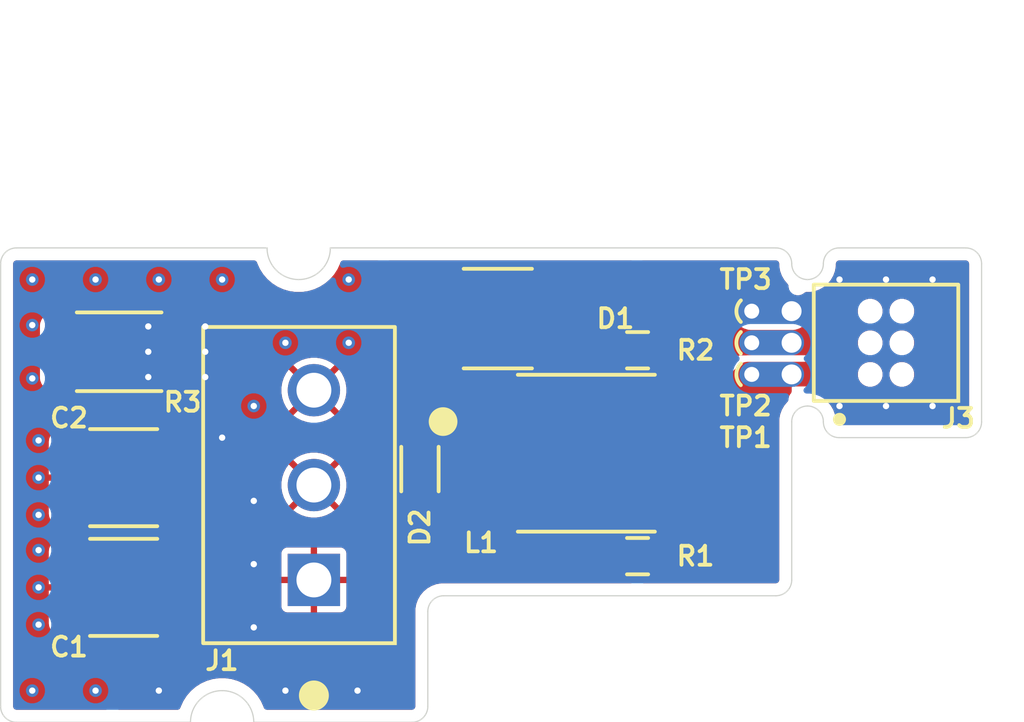
<source format=kicad_pcb>
(kicad_pcb (version 20241229) (generator "pcbnew") (generator_version "9.0")
  (layers (0 "F.Cu" signal) (4 "In1.Cu" power) (6 "In2.Cu" power) (2 "B.Cu" signal) (13 "F.Paste" user) (15 "B.Paste" user) (5 "F.SilkS" user "F.Silkscreen") (7 "B.SilkS" user "B.Silkscreen") (1 "F.Mask" user) (3 "B.Mask" user) (25 "Edge.Cuts" user))
  (net 0 "")
  (net 1 "Earth")
  (net 2 "/CABLE+")
  (net 3 "/CABLE-")
  (net 4 "GND")
  (net 5 "/DATA_AND_POWER_N")
  (net 6 "/DATA_AND_POWER_P")
  (net 7 "Net-(D1-Pad1)")
  (footprint "test_point_footprints:TestPoint_THTPad_Castelated" (layer "F.Cu") (at 148.33072 102.9716 180)
    (property "Reference" "TP2" (at 2.977279 -2.538735 0) (layer "F.SilkS") (effects (font (size 0.762 0.762) (thickness 0.1524)) (justify left)))
    (property "Value" "TestPoint" (hide yes))
    (fp_arc (start 2.036734 -0.431051) (mid 2.215279 0.001265) (end 2.034942 0.432836) (stroke (width 0.1524)) (layer "F.SilkS"))
    (pad "1" thru_hole circle (at 0 0 180) (size 1 1) (drill 0.8) (property pad_prop_castellated) (layers "*.Cu" "*.Mask") (net 5 "/DATA_AND_POWER_N"))
    (pad "1" thru_hole roundrect (at 1.6 0 180) (size 2.6 1) (drill 0.6 (offset -0.8 0)) (layers "*.Cu" "*.Mask") (roundrect_rratio 0.5) (net 5 "/DATA_AND_POWER_N"))
  )
  (footprint "resistor_footprints:R_0603_1608Metric" (layer "F.Cu") (at 142.14946 103.27132)
    (property "Reference" "R2" (at 1.48 0 0) (layer "F.SilkS") (effects (font (size 0.762 0.762) (thickness 0.1524)) (justify left)))
    (property "Value" "10 kΩ")
    (fp_line (start 0.425 -0.73) (end -0.425 -0.73) (stroke (width 0.1524)) (layer "F.SilkS"))
    (fp_line (start 0.425 0.73) (end -0.425 0.73) (stroke (width 0.1524)) (layer "F.SilkS"))
    (pad "1" smd roundrect (at -0.825 0) (size 0.8 0.95) (layers "F.Cu" "F.Mask" "F.Paste") (net 3 "/CABLE-"))
    (pad "2" smd roundrect (at 0.825 0) (size 0.8 0.95) (layers "F.Cu" "F.Mask" "F.Paste") (net 5 "/DATA_AND_POWER_N"))
  )
  (footprint "test_point_footprints:TestPoint_THTPad_Castelated" (layer "F.Cu") (at 148.33072 104.2416 180)
    (property "Reference" "TP1" (at 2.977279 -2.538735 0) (layer "F.SilkS") (effects (font (size 0.762 0.762) (thickness 0.1524)) (justify left)))
    (property "Value" "TestPoint" (hide yes))
    (fp_arc (start 2.036734 -0.431051) (mid 2.215279 0.001265) (end 2.034942 0.432836) (stroke (width 0.1524)) (layer "F.SilkS"))
    (pad "1" thru_hole circle (at 0 0 180) (size 1 1) (drill 0.8) (property pad_prop_castellated) (layers "*.Cu" "*.Mask") (net 6 "/DATA_AND_POWER_P"))
    (pad "1" thru_hole roundrect (at 1.6 0 180) (size 2.6 1) (drill 0.6 (offset -0.8 0)) (layers "*.Cu" "*.Mask") (roundrect_rratio 0.5) (net 6 "/DATA_AND_POWER_P"))
  )
  (footprint "resistor_footprints:R_2010_5025Metric" (layer "F.Cu") (at 121.34278 103.3316)
    (property "Reference" "R3" (at 1.6995 1.58 0) (layer "F.SilkS") (effects (font (size 0.762 0.762) (thickness 0.1524)) (justify left top)))
    (property "Value" "4.7 MΩ")
    (fp_line (start 1.6995 -1.58) (end -1.6995 -1.58) (stroke (width 0.1524)) (layer "F.SilkS"))
    (fp_line (start 1.6995 1.58) (end -1.6995 1.58) (stroke (width 0.1524)) (layer "F.SilkS"))
    (pad "1" smd roundrect (at -2.312 0) (size 1.225 2.65) (layers "F.Cu" "F.Mask" "F.Paste") (net 1 "Earth"))
    (pad "2" smd roundrect (at 2.312 0) (size 1.225 2.65) (layers "F.Cu" "F.Mask" "F.Paste") (net 4 "GND"))
  )
  (footprint "capacitor_footprints:C_1812_4532Metric" (layer "F.Cu") (at 121.52278 112.79528 180)
    (property "Reference" "C1" (at 1.35 -1.95 0) (layer "F.SilkS") (effects (font (size 0.762 0.762) (thickness 0.1524)) (justify right top)))
    (property "Value" "100 pF")
    (fp_line (start 1.35 1.95) (end -1.35 1.95) (stroke (width 0.1524)) (layer "F.SilkS"))
    (fp_line (start 1.35 -1.95) (end -1.35 -1.95) (stroke (width 0.1524)) (layer "F.SilkS"))
    (pad "1" smd roundrect (at -2.05 0 180) (size 1.4 3.5) (layers "F.Cu" "F.Mask" "F.Paste") (net 2 "/CABLE+"))
    (pad "2" smd roundrect (at 2.05 0 180) (size 1.4 3.5) (layers "F.Cu" "F.Mask" "F.Paste") (net 1 "Earth"))
  )
  (footprint "mouse_bite_footprints:mouse-bite-midle-50mil-250mil" (layer "F.Cu") (at 148.96592 102.9716 90)
    (property "Reference" "MB1" (hide yes))
    (property "Value" "mouse-bite-midle-50mil-200mil" (hide yes))
    (pad "" np_thru_hole circle (at -2.286 -0.381 90) (size 0.5 0.5) (drill 0.5) (layers "F&B.Cu" "*.Mask"))
    (pad "" np_thru_hole circle (at 2.286 -0.381 90) (size 0.5 0.5) (drill 0.5) (layers "F&B.Cu" "*.Mask"))
  )
  (footprint "test_point_footprints:TestPoint_THTPad_Castelated" (layer "F.Cu") (at 148.33072 101.7016 180)
    (property "Reference" "TP3" (at 2.977279 1.271265 0) (layer "F.SilkS") (effects (font (size 0.762 0.762) (thickness 0.1524)) (justify left)))
    (property "Value" "TestPoint" (hide yes))
    (fp_arc (start 2.036734 -0.431051) (mid 2.215279 0.001265) (end 2.034942 0.432836) (stroke (width 0.1524)) (layer "F.SilkS"))
    (pad "1" thru_hole circle (at 0 0 180) (size 1 1) (drill 0.8) (property pad_prop_castellated) (layers "*.Cu" "*.Mask") (net 4 "GND"))
    (pad "1" thru_hole roundrect (at 1.6 0 180) (size 2.6 1) (drill 0.6 (offset -0.8 0)) (layers "*.Cu" "*.Mask") (roundrect_rratio 0.5) (net 4 "GND"))
  )
  (footprint "coupled_inductor_footprints:SRF0905A" (layer "F.Cu") (at 140.0937 107.40644)
    (property "Reference" "L1" (at -5 3.15 0) (layer "F.SilkS") (effects (font (size 0.762 0.762) (thickness 0.1524)) (justify left top)))
    (property "Value" "470 µH")
    (fp_line (start 2.75 -3.15) (end -2.75 -3.15) (stroke (width 0.1524)) (layer "F.SilkS"))
    (fp_line (start 2.75 3.15) (end -2.75 3.15) (stroke (width 0.1524)) (layer "F.SilkS"))
    (fp_circle (center -5.75 -1.27) (end -6.25 -1.27) (stroke (width 0.1524)) (fill yes) (layer "F.SilkS"))
    (pad "1" smd roundrect (at -3.75 -1.27) (size 2 1.2) (layers "F.Cu" "F.Mask" "F.Paste") (net 3 "/CABLE-"))
    (pad "2" smd roundrect (at -3.75 1.27) (size 2 1.2) (layers "F.Cu" "F.Mask" "F.Paste") (net 2 "/CABLE+"))
    (pad "3" smd roundrect (at 3.75 1.27) (size 2 1.2) (layers "F.Cu" "F.Mask" "F.Paste") (net 6 "/DATA_AND_POWER_P"))
    (pad "4" smd roundrect (at 3.75 -1.27) (size 2 1.2) (layers "F.Cu" "F.Mask" "F.Paste") (net 5 "/DATA_AND_POWER_N"))
  )
  (footprint "capacitor_footprints:C_1812_4532Metric" (layer "F.Cu") (at 121.52278 108.38792 180)
    (property "Reference" "C2" (at 1.35 1.95 0) (layer "F.SilkS") (effects (font (size 0.762 0.762) (thickness 0.1524)) (justify right bottom)))
    (property "Value" "100 pF")
    (fp_line (start 1.35 1.95) (end -1.35 1.95) (stroke (width 0.1524)) (layer "F.SilkS"))
    (fp_line (start 1.35 -1.95) (end -1.35 -1.95) (stroke (width 0.1524)) (layer "F.SilkS"))
    (pad "1" smd roundrect (at -2.05 0 180) (size 1.4 3.5) (layers "F.Cu" "F.Mask" "F.Paste") (net 3 "/CABLE-"))
    (pad "2" smd roundrect (at 2.05 0 180) (size 1.4 3.5) (layers "F.Cu" "F.Mask" "F.Paste") (net 1 "Earth"))
  )
  (footprint "resistor_footprints:R_0603_1608Metric" (layer "F.Cu") (at 142.14946 111.54156)
    (property "Reference" "R1" (at 1.48 0 0) (layer "F.SilkS") (effects (font (size 0.762 0.762) (thickness 0.1524)) (justify left)))
    (property "Value" "10 kΩ")
    (fp_line (start 0.425 -0.73) (end -0.425 -0.73) (stroke (width 0.1524)) (layer "F.SilkS"))
    (fp_line (start 0.425 0.73) (end -0.425 0.73) (stroke (width 0.1524)) (layer "F.SilkS"))
    (pad "1" smd roundrect (at -0.825 0) (size 0.8 0.95) (layers "F.Cu" "F.Mask" "F.Paste") (net 2 "/CABLE+"))
    (pad "2" smd roundrect (at 0.825 0) (size 0.8 0.95) (layers "F.Cu" "F.Mask" "F.Paste") (net 6 "/DATA_AND_POWER_P"))
  )
  (footprint "connector_footprints:CLP-103-02-G-D-BE" (layer "F.Cu") (at 152.1207 102.9716 90)
    (property "Reference" "J3" (at -2.589 2.9 0) (layer "F.SilkS") (effects (font (size 0.762 0.762) (thickness 0.1524)) (justify top)))
    (property "Value" "CLP-103-02-G-D-BE")
    (fp_rect (start -2.335 2.9) (end 2.335 -2.9) (stroke (width 0.1524)) (fill no) (layer "F.SilkS"))
    (fp_circle (center -3.075 -1.867) (end -3.26 -1.867) (stroke (width 0.1524)) (fill yes) (layer "F.SilkS"))
    (pad "" np_thru_hole circle (at -1.27 -0.635 90) (size 0.74 0.74) (drill 0.74) (layers "F&B.Cu" "*.Mask"))
    (pad "" np_thru_hole circle (at -1.27 0.635 90) (size 0.74 0.74) (drill 0.74) (layers "F&B.Cu" "*.Mask"))
    (pad "" np_thru_hole circle (at 0 -0.635 90) (size 0.74 0.74) (drill 0.74) (layers "F&B.Cu" "*.Mask"))
    (pad "" np_thru_hole circle (at 0 0.635 90) (size 0.74 0.74) (drill 0.74) (layers "F&B.Cu" "*.Mask"))
    (pad "" np_thru_hole circle (at 1.27 -0.635 90) (size 0.74 0.74) (drill 0.74) (layers "F&B.Cu" "*.Mask"))
    (pad "" np_thru_hole circle (at 1.27 0.635 90) (size 0.74 0.74) (drill 0.74) (layers "F&B.Cu" "*.Mask"))
    (pad "1" smd roundrect (at -1.27 -1.867 90) (size 0.74 1.47) (layers "F.Cu" "F.Paste") (net 6 "/DATA_AND_POWER_P"))
    (pad "2" smd roundrect (at -1.27 1.867 90) (size 0.74 1.47) (layers "F.Cu" "F.Paste") (net 6 "/DATA_AND_POWER_P"))
    (pad "3" smd roundrect (at 0 -1.867 90) (size 0.74 1.47) (layers "F.Cu" "F.Paste") (net 5 "/DATA_AND_POWER_N"))
    (pad "4" smd roundrect (at 0 1.867 90) (size 0.74 1.47) (layers "F.Cu" "F.Paste") (net 5 "/DATA_AND_POWER_N"))
    (pad "5" smd roundrect (at 1.27 -1.867 90) (size 0.74 1.47) (layers "F.Cu" "F.Paste") (net 4 "GND"))
    (pad "6" smd roundrect (at 1.27 1.867 90) (size 0.74 1.47) (layers "F.Cu" "F.Paste") (net 4 "GND"))
  )
  (footprint "connector_footprints:TBP02R2-381-03BE" (layer "F.Cu") (at 129.159 108.6866 90)
    (property "Reference" "J1" (at -6.604 -4.445 0) (layer "F.SilkS") (effects (font (size 0.762 0.762) (thickness 0.1524)) (justify left top)))
    (property "Value" "TBP02R2-381")
    (fp_rect (start -6.35 3.2512) (end 6.35 -4.445) (stroke (width 0.1524)) (fill no) (layer "F.SilkS"))
    (fp_circle (center -8.45 0) (end -8.975 0) (stroke (width 0.1524)) (fill yes) (layer "F.SilkS"))
    (pad "1" thru_hole rect (at -3.81 0 90) (size 2.1 2.1) (drill 1.4) (layers "*.Cu" "*.Mask") (net 2 "/CABLE+"))
    (pad "2" thru_hole circle (at 0 0 90) (size 2.1 2.1) (drill 1.4) (layers "*.Cu" "*.Mask") (net 3 "/CABLE-"))
    (pad "3" thru_hole circle (at 3.81 0 90) (size 2.1 2.1) (drill 1.4) (layers "*.Cu" "*.Mask") (net 1 "Earth"))
  )
  (footprint "diode_footprints:DO-214AA" (layer "F.Cu") (at 136.53994 102.00022)
    (property "Reference" "D1" (at 3.875 0 0) (layer "F.SilkS") (effects (font (size 0.762 0.762) (thickness 0.1524)) (justify left)))
    (property "Value" "58 V")
    (fp_line (start 1.37 -2) (end -1.37 -2) (stroke (width 0.1524)) (layer "F.SilkS"))
    (fp_line (start 1.37 2) (end -1.37 2) (stroke (width 0.1524)) (layer "F.SilkS"))
    (pad "1" smd roundrect (at -2.45 0) (size 2.16 2.26) (layers "F.Cu" "F.Mask" "F.Paste") (net 7 "Net-(D1-Pad1)"))
    (pad "2" smd roundrect (at 2.45 0) (size 2.16 2.26) (layers "F.Cu" "F.Mask" "F.Paste") (net 3 "/CABLE-"))
  )
  (footprint "diode_footprints:SOD323" (layer "F.Cu") (at 133.41494 108.04444 90)
    (property "Reference" "D2" (at -1.5 0 90) (layer "F.SilkS") (effects (font (size 0.762 0.762) (thickness 0.1524)) (justify right)))
    (property "Value" "3.3 V")
    (fp_line (start 0.895 -0.75) (end -0.895 -0.75) (stroke (width 0.1524)) (layer "F.SilkS"))
    (fp_line (start 0.895 0.75) (end -0.895 0.75) (stroke (width 0.1524)) (layer "F.SilkS"))
    (pad "1" smd roundrect (at -1.14 0 90) (size 0.49 0.45) (layers "F.Cu" "F.Mask" "F.Paste") (net 2 "/CABLE+"))
    (pad "2" smd roundrect (at 1.14 0 90) (size 0.49 0.45) (layers "F.Cu" "F.Mask" "F.Paste") (net 7 "Net-(D1-Pad1)"))
  )
  (gr_arc (start 148.336 106.1466) (mid 148.521987 105.697587) (end 148.971 105.5116) (stroke (width 0.05)) (layer "Edge.Cuts"))
  (gr_line (start 116.586 117.5766) (end 116.586 99.7966) (stroke (width 0.05)) (layer "Edge.Cuts"))
  (gr_arc (start 148.336 112.4966) (mid 148.150013 112.945613) (end 147.701 113.1316) (stroke (width 0.05)) (layer "Edge.Cuts"))
  (gr_line (start 133.096 118.2116) (end 126.746 118.2116) (stroke (width 0.05)) (layer "Edge.Cuts"))
  (gr_arc (start 155.956 106.1466) (mid 155.770013 106.595613) (end 155.321 106.7816) (stroke (width 0.05)) (layer "Edge.Cuts"))
  (gr_line (start 133.731 113.7666) (end 133.731 117.5766) (stroke (width 0.05)) (layer "Edge.Cuts"))
  (gr_line (start 129.8194 99.1616) (end 147.701 99.1616) (stroke (width 0.05)) (layer "Edge.Cuts"))
  (gr_line (start 150.241 99.1616) (end 155.321 99.1616) (stroke (width 0.05)) (layer "Edge.Cuts"))
  (gr_arc (start 133.731 117.5766) (mid 133.545013 118.025613) (end 133.096 118.2116) (stroke (width 0.05)) (layer "Edge.Cuts"))
  (gr_arc (start 148.971 105.5116) (mid 149.420013 105.697587) (end 149.606 106.1466) (stroke (width 0.05)) (layer "Edge.Cuts"))
  (gr_arc (start 149.606 99.7966) (mid 149.420013 100.245613) (end 148.971 100.4316) (stroke (width 0.05)) (layer "Edge.Cuts"))
  (gr_line (start 155.956 99.7966) (end 155.956 106.1466) (stroke (width 0.05)) (layer "Edge.Cuts"))
  (gr_arc (start 150.241 106.7816) (mid 149.791987 106.595613) (end 149.606 106.1466) (stroke (width 0.05)) (layer "Edge.Cuts"))
  (gr_arc (start 128.5494 100.4316) (mid 127.651374 100.059626) (end 127.2794 99.1616) (stroke (width 0.05)) (layer "Edge.Cuts"))
  (gr_line (start 147.701 113.1316) (end 134.366 113.1316) (stroke (width 0.05)) (layer "Edge.Cuts"))
  (gr_arc (start 125.476 116.9416) (mid 126.374026 117.313574) (end 126.746 118.2116) (stroke (width 0.05)) (layer "Edge.Cuts"))
  (gr_arc (start 147.701 99.1616) (mid 148.150013 99.347587) (end 148.336 99.7966) (stroke (width 0.05)) (layer "Edge.Cuts"))
  (gr_arc (start 149.606 99.7966) (mid 149.791987 99.347587) (end 150.241 99.1616) (stroke (width 0.05)) (layer "Edge.Cuts"))
  (gr_arc (start 148.971 100.4316) (mid 148.521987 100.245613) (end 148.336 99.7966) (stroke (width 0.05)) (layer "Edge.Cuts"))
  (gr_line (start 117.221 99.1616) (end 127.2794 99.1616) (stroke (width 0.05)) (layer "Edge.Cuts"))
  (gr_arc (start 117.221 118.2116) (mid 116.771987 118.025613) (end 116.586 117.5766) (stroke (width 0.05)) (layer "Edge.Cuts"))
  (gr_line (start 148.336 112.4966) (end 148.336 106.1466) (stroke (width 0.05)) (layer "Edge.Cuts"))
  (gr_arc (start 155.321 99.1616) (mid 155.770013 99.347587) (end 155.956 99.7966) (stroke (width 0.05)) (layer "Edge.Cuts"))
  (gr_arc (start 133.731 113.7666) (mid 133.916987 113.317587) (end 134.366 113.1316) (stroke (width 0.05)) (layer "Edge.Cuts"))
  (gr_line (start 155.321 106.7816) (end 150.241 106.7816) (stroke (width 0.05)) (layer "Edge.Cuts"))
  (gr_arc (start 124.206 118.2116) (mid 124.577974 117.313574) (end 125.476 116.9416) (stroke (width 0.05)) (layer "Edge.Cuts"))
  (gr_arc (start 129.8194 99.1616) (mid 129.447426 100.059626) (end 128.5494 100.4316) (stroke (width 0.05)) (layer "Edge.Cuts"))
  (gr_arc (start 116.586 99.7966) (mid 116.771987 99.347587) (end 117.221 99.1616) (stroke (width 0.05)) (layer "Edge.Cuts"))
  (gr_line (start 124.206 118.2116) (end 117.221 118.2116) (stroke (width 0.05)) (layer "Edge.Cuts"))
  (via (at 117.856 100.4316) (size 0.508) (drill 0.254) (layers "F.Cu" "B.Cu") (net 1))
  (via (at 118.11 111.29928) (size 0.508) (drill 0.254) (layers "F.Cu" "B.Cu") (net 1))
  (via (at 125.476 100.4316) (size 0.508) (drill 0.254) (layers "F.Cu" "B.Cu") (net 1))
  (via (at 118.11 106.89192) (size 0.508) (drill 0.254) (layers "F.Cu" "B.Cu") (net 1))
  (via (at 128.016 102.9716) (size 0.508) (drill 0.254) (layers "F.Cu" "B.Cu") (net 1))
  (via (at 120.396 100.4316) (size 0.508) (drill 0.254) (layers "F.Cu" "B.Cu") (net 1))
  (via (at 118.11 109.883919) (size 0.508) (drill 0.254) (layers "F.Cu" "B.Cu") (net 1))
  (via (at 130.556 100.4316) (size 0.508) (drill 0.254) (layers "F.Cu" "B.Cu") (net 1))
  (via (at 118.11 114.291279) (size 0.508) (drill 0.254) (layers "F.Cu" "B.Cu") (net 1))
  (via (at 126.746 105.5116) (size 0.508) (drill 0.254) (layers "F.Cu" "B.Cu") (net 1))
  (via (at 118.11 112.79528) (size 0.508) (drill 0.254) (layers "F.Cu" "B.Cu") (net 1))
  (via (at 118.11 108.38792) (size 0.508) (drill 0.254) (layers "F.Cu" "B.Cu") (net 1))
  (via (at 120.396 116.9416) (size 0.508) (drill 0.254) (layers "F.Cu" "B.Cu") (net 1))
  (via (at 117.856 104.402599) (size 0.508) (drill 0.254) (layers "F.Cu" "B.Cu") (net 1))
  (via (at 122.936 100.4316) (size 0.508) (drill 0.254) (layers "F.Cu" "B.Cu") (net 1))
  (via (at 117.856 116.9416) (size 0.508) (drill 0.254) (layers "F.Cu" "B.Cu") (net 1))
  (via (at 130.556 102.9716) (size 0.508) (drill 0.254) (layers "F.Cu" "B.Cu") (net 1))
  (via (at 117.856 102.2606) (size 0.508) (drill 0.254) (layers "F.Cu" "B.Cu") (net 1))
  (via (at 126.746 111.8616) (size 0.508) (drill 0.254) (layers "F.Cu" "B.Cu") (net 4))
  (via (at 124.79778 103.3316) (size 0.508) (drill 0.254) (layers "F.Cu" "B.Cu") (net 4))
  (via (at 150.2537 100.4316) (size 0.508) (drill 0.254) (layers "F.Cu" "B.Cu") (net 4))
  (via (at 150.2537 105.5116) (size 0.508) (drill 0.254) (layers "F.Cu" "B.Cu") (net 4))
  (via (at 122.51178 104.3476) (size 0.508) (drill 0.254) (layers "F.Cu" "B.Cu") (net 4))
  (via (at 152.1207 100.4316) (size 0.508) (drill 0.254) (layers "F.Cu" "B.Cu") (net 4))
  (via (at 126.746 114.4016) (size 0.508) (drill 0.254) (layers "F.Cu" "B.Cu") (net 4))
  (via (at 122.51178 103.3316) (size 0.508) (drill 0.254) (layers "F.Cu" "B.Cu") (net 4))
  (via (at 124.79778 102.3156) (size 0.508) (drill 0.254) (layers "F.Cu" "B.Cu") (net 4))
  (via (at 122.936 116.9416) (size 0.508) (drill 0.254) (layers "F.Cu" "B.Cu") (net 4))
  (via (at 126.746 109.3216) (size 0.508) (drill 0.254) (layers "F.Cu" "B.Cu") (net 4))
  (via (at 128.016 116.9416) (size 0.508) (drill 0.254) (layers "F.Cu" "B.Cu") (net 4))
  (via (at 122.51178 102.3156) (size 0.508) (drill 0.254) (layers "F.Cu" "B.Cu") (net 4))
  (via (at 152.1207 105.5116) (size 0.508) (drill 0.254) (layers "F.Cu" "B.Cu") (net 4))
  (via (at 130.90952 116.9416) (size 0.508) (drill 0.254) (layers "F.Cu" "B.Cu") (net 4))
  (via (at 125.476 106.7816) (size 0.508) (drill 0.254) (layers "F.Cu" "B.Cu") (net 4))
  (via (at 153.9877 100.4316) (size 0.508) (drill 0.254) (layers "F.Cu" "B.Cu") (net 4))
  (via (at 153.9877 105.5116) (size 0.508) (drill 0.254) (layers "F.Cu" "B.Cu") (net 4))
  (via (at 124.79778 104.3476) (size 0.508) (drill 0.254) (layers "F.Cu" "B.Cu") (net 4))
  (segment (start 134.08994 102.00022) (end 134.08994 105.274833) (width 0.381) (layer "F.Cu") (net 7))
  (arc (start 134.08994 105.274833) (mid 133.914511 106.156775) (end 133.41494 106.90444) (width 0.381) (layer "F.Cu") (net 7))
  (zone (net 3) (net_name "/CABLE-") (layer "F.Cu") (priority 1) (connect_pads (clearance 0.254)) (min_thickness 0.254) (fill yes (thermal_gap 0.254) (thermal_bridge_width 0.254) (smoothing fillet) (radius 0.508))
    (polygon (pts (xy 130.1242 106.6546) (xy 126.5936 106.6546) (xy 125.7808 105.8418) (xy 121.2088 105.8418) (xy 121.2088 110.4646) (xy 130.0734 110.4646) (xy 132.6896 107.8484) (xy 134.1628 107.8484) (xy 134.7216 107.2896) (xy 142.0368 107.2896) (xy 142.0368 99.1616) (xy 132.08 99.1616) (xy 132.08 104.6988)))
  )
  (zone (net 6) (net_name "/DATA_AND_POWER_P") (layer "F.Cu") (priority 3) (connect_pads (clearance 0.254)) (min_thickness 0.254) (fill yes (thermal_gap 0.254) (thermal_bridge_width 0.254) (smoothing fillet) (radius 0.508))
    (polygon (pts (xy 148.336 104.7242) (xy 148.336 113.1316) (xy 142.2654 113.1316) (xy 142.2654 107.5436) (xy 145.2372 107.5436) (xy 145.6944 107.0864) (xy 145.6944 104.394) (xy 146.3548 103.7336) (xy 150.876 103.7336) (xy 151.13 103.4796) (xy 153.1366 103.4796) (xy 153.2636 103.6066) (xy 154.7368 103.6066) (xy 154.7368 104.8766) (xy 153.2636 104.8766) (xy 153.1366 105.0036) (xy 151.13 105.0036) (xy 150.8506 104.7242)))
  )
  (zone (net 5) (net_name "/DATA_AND_POWER_N") (layer "F.Cu") (priority 1) (connect_pads (clearance 0.254)) (min_thickness 0.254) (fill yes (thermal_gap 0.254) (thermal_bridge_width 0.254) (smoothing fillet) (radius 0.508))
    (polygon (pts (xy 148.336 102.2096) (xy 148.336 99.1616) (xy 142.2654 99.1616) (xy 142.2654 107.2896) (xy 145.1102 107.2896) (xy 145.415 106.9848) (xy 145.415 104.2924) (xy 146.2278 103.4796) (xy 150.7998 103.4796) (xy 150.9522 103.3272) (xy 154.7368 103.3272) (xy 154.7368 102.2096)))
  )
  (zone (net 2) (net_name "/CABLE+") (layer "F.Cu") (priority 1) (connect_pads (clearance 0.254)) (min_thickness 0.254) (fill yes (thermal_gap 0.254) (thermal_bridge_width 0.254) (smoothing fillet) (radius 0.508))
    (polygon (pts (xy 134.8486 107.5436) (xy 134.2898 108.1024) (xy 132.7912 108.1024) (xy 130.175 110.7186) (xy 121.2088 110.7186) (xy 121.2088 118.2116) (xy 133.731 118.2116) (xy 133.731 113.1316) (xy 142.0368 113.1316) (xy 142.0368 107.5436)))
  )
  (zone (net 1) (net_name "Earth") (layer "F.Cu") (priority 1) (connect_pads (clearance 0.254)) (min_thickness 0.254) (fill yes (thermal_gap 0.254) (thermal_bridge_width 0.254) (smoothing fillet) (radius 0.508))
    (polygon (pts (xy 116.586 99.1616) (xy 131.826 99.1616) (xy 131.826 104.5718) (xy 129.9972 106.4006) (xy 126.7206 106.4006) (xy 125.984 105.664) (xy 125.984 102.4128) (xy 124.7394 101.1682) (xy 122.174 101.1682) (xy 120.9294 102.4128) (xy 120.9294 118.2116) (xy 116.586 118.2116)))
  )
  (zone (net 4) (net_name "GND") (layers "F.Cu" "B.Cu" "In1.Cu" "In2.Cu") (connect_pads (clearance 0.254)) (min_thickness 0.254) (fill yes (thermal_gap 0.254) (thermal_bridge_width 0.254) (smoothing fillet) (radius 0.508))
    (polygon (pts (xy 116.586 99.1616) (xy 155.956 99.1616) (xy 155.956 106.7816) (xy 148.336 106.7816) (xy 148.336 113.1316) (xy 133.731 113.1316) (xy 133.731 118.2116) (xy 116.586 118.2116)))
  )
)
</source>
